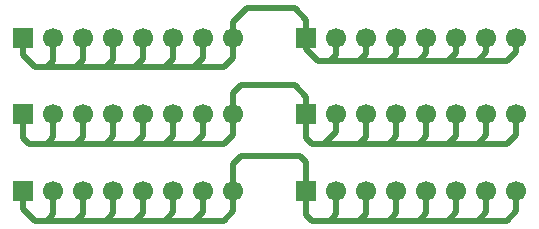
<source format=gbr>
%TF.GenerationSoftware,KiCad,Pcbnew,9.0.4*%
%TF.CreationDate,2025-09-14T11:53:58+01:00*%
%TF.ProjectId,dc_power_headers,64635f70-6f77-4657-925f-686561646572,rev?*%
%TF.SameCoordinates,Original*%
%TF.FileFunction,Copper,L1,Top*%
%TF.FilePolarity,Positive*%
%FSLAX46Y46*%
G04 Gerber Fmt 4.6, Leading zero omitted, Abs format (unit mm)*
G04 Created by KiCad (PCBNEW 9.0.4) date 2025-09-14 11:53:58*
%MOMM*%
%LPD*%
G01*
G04 APERTURE LIST*
%TA.AperFunction,ComponentPad*%
%ADD10C,1.700000*%
%TD*%
%TA.AperFunction,ComponentPad*%
%ADD11R,1.700000X1.700000*%
%TD*%
%TA.AperFunction,Conductor*%
%ADD12C,0.500000*%
%TD*%
G04 APERTURE END LIST*
D10*
%TO.P,J1,8,Pin_8*%
%TO.N,+3.3V*%
X133280000Y-72000000D03*
%TO.P,J1,7,Pin_7*%
X130740000Y-72000000D03*
%TO.P,J1,6,Pin_6*%
X128200000Y-72000000D03*
%TO.P,J1,5,Pin_5*%
X125660000Y-72000000D03*
%TO.P,J1,4,Pin_4*%
X123120000Y-72000000D03*
%TO.P,J1,3,Pin_3*%
X120580000Y-72000000D03*
%TO.P,J1,2,Pin_2*%
X118040000Y-72000000D03*
D11*
%TO.P,J1,1,Pin_1*%
X115500000Y-72000000D03*
%TD*%
D10*
%TO.P,J3,8,Pin_8*%
%TO.N,+5V*%
X133280000Y-85000000D03*
%TO.P,J3,7,Pin_7*%
X130740000Y-85000000D03*
%TO.P,J3,6,Pin_6*%
X128200000Y-85000000D03*
%TO.P,J3,5,Pin_5*%
X125660000Y-85000000D03*
%TO.P,J3,4,Pin_4*%
X123120000Y-85000000D03*
%TO.P,J3,3,Pin_3*%
X120580000Y-85000000D03*
%TO.P,J3,2,Pin_2*%
X118040000Y-85000000D03*
D11*
%TO.P,J3,1,Pin_1*%
X115500000Y-85000000D03*
%TD*%
D10*
%TO.P,J2,8,Pin_8*%
%TO.N,GND*%
X133280000Y-78500000D03*
%TO.P,J2,7,Pin_7*%
X130740000Y-78500000D03*
%TO.P,J2,6,Pin_6*%
X128200000Y-78500000D03*
%TO.P,J2,5,Pin_5*%
X125660000Y-78500000D03*
%TO.P,J2,4,Pin_4*%
X123120000Y-78500000D03*
%TO.P,J2,3,Pin_3*%
X120580000Y-78500000D03*
%TO.P,J2,2,Pin_2*%
X118040000Y-78500000D03*
D11*
%TO.P,J2,1,Pin_1*%
X115500000Y-78500000D03*
%TD*%
D10*
%TO.P,J5,8,Pin_8*%
%TO.N,GND*%
X157280000Y-78500000D03*
%TO.P,J5,7,Pin_7*%
X154740000Y-78500000D03*
%TO.P,J5,6,Pin_6*%
X152200000Y-78500000D03*
%TO.P,J5,5,Pin_5*%
X149660000Y-78500000D03*
%TO.P,J5,4,Pin_4*%
X147120000Y-78500000D03*
%TO.P,J5,3,Pin_3*%
X144580000Y-78500000D03*
%TO.P,J5,2,Pin_2*%
X142040000Y-78500000D03*
D11*
%TO.P,J5,1,Pin_1*%
X139500000Y-78500000D03*
%TD*%
D10*
%TO.P,J4,8,Pin_8*%
%TO.N,+3.3V*%
X157280000Y-72000000D03*
%TO.P,J4,7,Pin_7*%
X154740000Y-72000000D03*
%TO.P,J4,6,Pin_6*%
X152200000Y-72000000D03*
%TO.P,J4,5,Pin_5*%
X149660000Y-72000000D03*
%TO.P,J4,4,Pin_4*%
X147120000Y-72000000D03*
%TO.P,J4,3,Pin_3*%
X144580000Y-72000000D03*
%TO.P,J4,2,Pin_2*%
X142040000Y-72000000D03*
D11*
%TO.P,J4,1,Pin_1*%
X139500000Y-72000000D03*
%TD*%
D10*
%TO.P,J6,8,Pin_8*%
%TO.N,+5V*%
X157280000Y-85000000D03*
%TO.P,J6,7,Pin_7*%
X154740000Y-85000000D03*
%TO.P,J6,6,Pin_6*%
X152200000Y-85000000D03*
%TO.P,J6,5,Pin_5*%
X149660000Y-85000000D03*
%TO.P,J6,4,Pin_4*%
X147120000Y-85000000D03*
%TO.P,J6,3,Pin_3*%
X144580000Y-85000000D03*
%TO.P,J6,2,Pin_2*%
X142040000Y-85000000D03*
D11*
%TO.P,J6,1,Pin_1*%
X139500000Y-85000000D03*
%TD*%
D12*
%TO.N,+3.3V*%
X118040000Y-72000000D02*
X118040000Y-73960000D01*
X118040000Y-73960000D02*
X117500000Y-74500000D01*
X115500000Y-72000000D02*
X115500000Y-73500000D01*
X115500000Y-73500000D02*
X116500000Y-74500000D01*
X116500000Y-74500000D02*
X117500000Y-74500000D01*
X120580000Y-72000000D02*
X120580000Y-73920000D01*
X120580000Y-73920000D02*
X120000000Y-74500000D01*
X120000000Y-74500000D02*
X117500000Y-74500000D01*
X122500000Y-74500000D02*
X120000000Y-74500000D01*
X123120000Y-73880000D02*
X122500000Y-74500000D01*
X123120000Y-72000000D02*
X123120000Y-73880000D01*
X125000000Y-74500000D02*
X122500000Y-74500000D01*
X125660000Y-73840000D02*
X125000000Y-74500000D01*
X125660000Y-72000000D02*
X125660000Y-73840000D01*
X127500000Y-74500000D02*
X125000000Y-74500000D01*
%TO.N,+5V*%
X157280000Y-86720000D02*
X156500000Y-87500000D01*
X156500000Y-87500000D02*
X154000000Y-87500000D01*
X157280000Y-85000000D02*
X157280000Y-86720000D01*
X154740000Y-86760000D02*
X154000000Y-87500000D01*
X154740000Y-85000000D02*
X154740000Y-86760000D01*
X154000000Y-87500000D02*
X151500000Y-87500000D01*
X152200000Y-85000000D02*
X152200000Y-86800000D01*
X152200000Y-86800000D02*
X151500000Y-87500000D01*
X151500000Y-87500000D02*
X149000000Y-87500000D01*
X149660000Y-86840000D02*
X149000000Y-87500000D01*
X149660000Y-85000000D02*
X149660000Y-86840000D01*
X149000000Y-87500000D02*
X146500000Y-87500000D01*
X147120000Y-86880000D02*
X146500000Y-87500000D01*
X147120000Y-85000000D02*
X147120000Y-86880000D01*
X146500000Y-87500000D02*
X144000000Y-87500000D01*
X144580000Y-86920000D02*
X144000000Y-87500000D01*
X144580000Y-85000000D02*
X144580000Y-86920000D01*
X144000000Y-87500000D02*
X141500000Y-87500000D01*
X140000000Y-87500000D02*
X141500000Y-87500000D01*
X139500000Y-85000000D02*
X139500000Y-87000000D01*
X139500000Y-87000000D02*
X140000000Y-87500000D01*
X141500000Y-87500000D02*
X142040000Y-86960000D01*
X142040000Y-86960000D02*
X142040000Y-85000000D01*
X134000000Y-82000000D02*
X139000000Y-82000000D01*
X133280000Y-85000000D02*
X133280000Y-82720000D01*
X139000000Y-82000000D02*
X139500000Y-82500000D01*
X139500000Y-82500000D02*
X139500000Y-85000000D01*
X133280000Y-82720000D02*
X134000000Y-82000000D01*
X133280000Y-86720000D02*
X132500000Y-87500000D01*
X133280000Y-85000000D02*
X133280000Y-86720000D01*
X132500000Y-87500000D02*
X130000000Y-87500000D01*
X130740000Y-86760000D02*
X130000000Y-87500000D01*
X130000000Y-87500000D02*
X127500000Y-87500000D01*
X130740000Y-85000000D02*
X130740000Y-86760000D01*
X128200000Y-86800000D02*
X127500000Y-87500000D01*
X128200000Y-85000000D02*
X128200000Y-86800000D01*
X127500000Y-87500000D02*
X125000000Y-87500000D01*
X125660000Y-86840000D02*
X125000000Y-87500000D01*
X125660000Y-85000000D02*
X125660000Y-86840000D01*
X125000000Y-87500000D02*
X122500000Y-87500000D01*
X123120000Y-86880000D02*
X122500000Y-87500000D01*
X123120000Y-85000000D02*
X123120000Y-86880000D01*
X122500000Y-87500000D02*
X120000000Y-87500000D01*
X120580000Y-86920000D02*
X120000000Y-87500000D01*
X120580000Y-85000000D02*
X120580000Y-86920000D01*
X120000000Y-87500000D02*
X117500000Y-87500000D01*
X116500000Y-87500000D02*
X117500000Y-87500000D01*
X115500000Y-85000000D02*
X115500000Y-86500000D01*
X115500000Y-86500000D02*
X116500000Y-87500000D01*
X117500000Y-87500000D02*
X118040000Y-86960000D01*
X118040000Y-86960000D02*
X118040000Y-85000000D01*
%TO.N,GND*%
X157280000Y-80220000D02*
X156500000Y-81000000D01*
X157280000Y-78500000D02*
X157280000Y-80220000D01*
X156500000Y-81000000D02*
X154000000Y-81000000D01*
X154740000Y-80260000D02*
X154000000Y-81000000D01*
X154740000Y-78500000D02*
X154740000Y-80260000D01*
X154000000Y-81000000D02*
X151500000Y-81000000D01*
X152200000Y-80300000D02*
X151500000Y-81000000D01*
X152200000Y-78500000D02*
X152200000Y-80300000D01*
X149000000Y-81000000D02*
X148500000Y-81000000D01*
X151500000Y-81000000D02*
X148500000Y-81000000D01*
X149660000Y-80340000D02*
X149000000Y-81000000D01*
X149660000Y-78500000D02*
X149660000Y-80340000D01*
X148500000Y-81000000D02*
X146500000Y-81000000D01*
X147120000Y-80380000D02*
X146500000Y-81000000D01*
X147120000Y-78500000D02*
X147120000Y-80380000D01*
X146500000Y-81000000D02*
X144000000Y-81000000D01*
X144580000Y-80420000D02*
X144000000Y-81000000D01*
X144580000Y-78500000D02*
X144580000Y-80420000D01*
X144000000Y-81000000D02*
X141000000Y-81000000D01*
X139500000Y-78500000D02*
X139500000Y-80500000D01*
X139500000Y-80500000D02*
X140000000Y-81000000D01*
X140000000Y-81000000D02*
X141000000Y-81000000D01*
X141000000Y-81000000D02*
X142040000Y-79960000D01*
X142040000Y-79960000D02*
X142040000Y-78500000D01*
X134000000Y-76000000D02*
X138500000Y-76000000D01*
X133280000Y-78500000D02*
X133280000Y-76720000D01*
X133280000Y-76720000D02*
X134000000Y-76000000D01*
X138500000Y-76000000D02*
X139500000Y-77000000D01*
X139500000Y-77000000D02*
X139500000Y-78500000D01*
X133280000Y-80220000D02*
X132500000Y-81000000D01*
X133280000Y-78500000D02*
X133280000Y-80220000D01*
X132500000Y-81000000D02*
X130000000Y-81000000D01*
X130740000Y-80260000D02*
X130000000Y-81000000D01*
X130740000Y-78500000D02*
X130740000Y-80260000D01*
X130000000Y-81000000D02*
X127500000Y-81000000D01*
X128200000Y-80300000D02*
X127500000Y-81000000D01*
X128200000Y-78500000D02*
X128200000Y-80300000D01*
X127500000Y-81000000D02*
X125000000Y-81000000D01*
X125660000Y-80340000D02*
X125000000Y-81000000D01*
X125660000Y-78500000D02*
X125660000Y-80340000D01*
X125000000Y-81000000D02*
X122500000Y-81000000D01*
X123120000Y-80380000D02*
X122500000Y-81000000D01*
X123120000Y-78500000D02*
X123120000Y-80380000D01*
X122500000Y-81000000D02*
X120000000Y-81000000D01*
X120580000Y-80420000D02*
X120000000Y-81000000D01*
X120580000Y-78500000D02*
X120580000Y-80420000D01*
X120000000Y-81000000D02*
X117500000Y-81000000D01*
X116000000Y-81000000D02*
X117500000Y-81000000D01*
X115500000Y-78500000D02*
X115500000Y-80500000D01*
X115500000Y-80500000D02*
X116000000Y-81000000D01*
X117500000Y-81000000D02*
X118040000Y-80460000D01*
X118040000Y-80460000D02*
X118040000Y-78500000D01*
%TO.N,+3.3V*%
X133280000Y-72000000D02*
X133280000Y-70720000D01*
X133280000Y-70720000D02*
X134500000Y-69500000D01*
X134500000Y-69500000D02*
X138500000Y-69500000D01*
X138500000Y-69500000D02*
X139500000Y-70500000D01*
X139500000Y-70500000D02*
X139500000Y-72000000D01*
X157280000Y-73220000D02*
X156500000Y-74000000D01*
X157280000Y-72000000D02*
X157280000Y-73220000D01*
X156500000Y-74000000D02*
X154000000Y-74000000D01*
X154740000Y-73260000D02*
X154000000Y-74000000D01*
X154740000Y-72000000D02*
X154740000Y-73260000D01*
X154000000Y-74000000D02*
X151500000Y-74000000D01*
X152200000Y-73300000D02*
X151500000Y-74000000D01*
X152200000Y-72000000D02*
X152200000Y-73300000D01*
X151500000Y-74000000D02*
X149000000Y-74000000D01*
X149660000Y-73340000D02*
X149000000Y-74000000D01*
X149660000Y-72000000D02*
X149660000Y-73340000D01*
X149000000Y-74000000D02*
X146500000Y-74000000D01*
X147120000Y-73380000D02*
X146500000Y-74000000D01*
X147120000Y-72000000D02*
X147120000Y-73380000D01*
X146500000Y-74000000D02*
X144000000Y-74000000D01*
X144580000Y-73420000D02*
X144000000Y-74000000D01*
X144580000Y-72000000D02*
X144580000Y-73420000D01*
X144000000Y-74000000D02*
X141500000Y-74000000D01*
X141500000Y-74000000D02*
X140500000Y-74000000D01*
X142040000Y-72000000D02*
X142040000Y-73460000D01*
X142040000Y-73460000D02*
X141500000Y-74000000D01*
X140500000Y-74000000D02*
X139500000Y-73000000D01*
X139500000Y-73000000D02*
X139500000Y-72000000D01*
X133280000Y-73720000D02*
X132500000Y-74500000D01*
X133280000Y-72000000D02*
X133280000Y-73720000D01*
X132500000Y-74500000D02*
X130000000Y-74500000D01*
X130740000Y-73760000D02*
X130000000Y-74500000D01*
X130740000Y-72000000D02*
X130740000Y-73760000D01*
X130000000Y-74500000D02*
X127500000Y-74500000D01*
X128200000Y-73800000D02*
X127500000Y-74500000D01*
X128200000Y-72000000D02*
X128200000Y-73800000D01*
%TD*%
M02*

</source>
